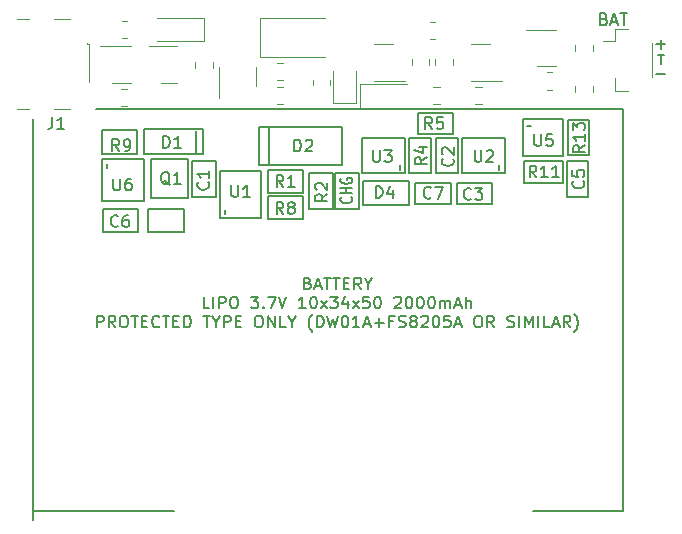
<source format=gbr>
%TF.GenerationSoftware,KiCad,Pcbnew,7.0.10*%
%TF.CreationDate,2024-01-22T13:55:38+11:00*%
%TF.ProjectId,cphp82001-pcb,63706870-3832-4303-9031-2d7063622e6b,3.1*%
%TF.SameCoordinates,Original*%
%TF.FileFunction,Legend,Top*%
%TF.FilePolarity,Positive*%
%FSLAX46Y46*%
G04 Gerber Fmt 4.6, Leading zero omitted, Abs format (unit mm)*
G04 Created by KiCad (PCBNEW 7.0.10) date 2024-01-22 13:55:38*
%MOMM*%
%LPD*%
G01*
G04 APERTURE LIST*
%ADD10C,0.150000*%
%ADD11C,0.120000*%
G04 APERTURE END LIST*
D10*
X49970112Y-1346009D02*
X50112969Y-1393628D01*
X50112969Y-1393628D02*
X50160588Y-1441247D01*
X50160588Y-1441247D02*
X50208207Y-1536485D01*
X50208207Y-1536485D02*
X50208207Y-1679342D01*
X50208207Y-1679342D02*
X50160588Y-1774580D01*
X50160588Y-1774580D02*
X50112969Y-1822200D01*
X50112969Y-1822200D02*
X50017731Y-1869819D01*
X50017731Y-1869819D02*
X49636779Y-1869819D01*
X49636779Y-1869819D02*
X49636779Y-869819D01*
X49636779Y-869819D02*
X49970112Y-869819D01*
X49970112Y-869819D02*
X50065350Y-917438D01*
X50065350Y-917438D02*
X50112969Y-965057D01*
X50112969Y-965057D02*
X50160588Y-1060295D01*
X50160588Y-1060295D02*
X50160588Y-1155533D01*
X50160588Y-1155533D02*
X50112969Y-1250771D01*
X50112969Y-1250771D02*
X50065350Y-1298390D01*
X50065350Y-1298390D02*
X49970112Y-1346009D01*
X49970112Y-1346009D02*
X49636779Y-1346009D01*
X50589160Y-1584104D02*
X51065350Y-1584104D01*
X50493922Y-1869819D02*
X50827255Y-869819D01*
X50827255Y-869819D02*
X51160588Y-1869819D01*
X51351065Y-869819D02*
X51922493Y-869819D01*
X51636779Y-1869819D02*
X51636779Y-869819D01*
X21500000Y-16300000D02*
X24500000Y-16300000D01*
X24500000Y-18300000D01*
X21500000Y-18300000D01*
X21500000Y-16300000D01*
X38000000Y-11400000D02*
X41600000Y-11400000D01*
X41600000Y-14400000D01*
X38000000Y-14400000D01*
X38000000Y-11400000D01*
X41100000Y-13700000D02*
X41100000Y-14100000D01*
X17500000Y-14200000D02*
X20900000Y-14200000D01*
X20900000Y-18200000D01*
X17500000Y-18200000D01*
X17500000Y-14200000D01*
X7475000Y-10750000D02*
X10475000Y-10750000D01*
X10475000Y-12750000D01*
X7475000Y-12750000D01*
X7475000Y-10750000D01*
X33500000Y-11400000D02*
X35300000Y-11400000D01*
X35300000Y-14400000D01*
X33500000Y-14400000D01*
X33500000Y-11400000D01*
X13600000Y-43000000D02*
X4600000Y-43000000D01*
X25000000Y-14400000D02*
X27000000Y-14400000D01*
X27000000Y-17400000D01*
X25000000Y-17400000D01*
X25000000Y-14400000D01*
X11000000Y-10700000D02*
X16000000Y-10700000D01*
X16000000Y-12800000D01*
X11000000Y-12800000D01*
X11000000Y-10700000D01*
X29500000Y-11400000D02*
X33100000Y-11400000D01*
X33100000Y-14400000D01*
X29500000Y-14400000D01*
X29500000Y-11400000D01*
X27200000Y-14400000D02*
X29200000Y-14400000D01*
X29200000Y-17400000D01*
X27200000Y-17400000D01*
X27200000Y-14400000D01*
X34000000Y-15200000D02*
X37000000Y-15200000D01*
X37000000Y-17000000D01*
X34000000Y-17000000D01*
X34000000Y-15200000D01*
X32700000Y-13700000D02*
X32700000Y-14100000D01*
X43200000Y-15200000D02*
X46500000Y-15200000D01*
X46500000Y-13400000D01*
X43200000Y-13400000D01*
X43200000Y-15200000D01*
X11600000Y-13200000D02*
X14800000Y-13200000D01*
X14800000Y-16500000D01*
X11600000Y-16500000D01*
X11600000Y-13200000D01*
X34200000Y-9300000D02*
X37200000Y-9300000D01*
X37200000Y-11100000D01*
X34200000Y-11100000D01*
X34200000Y-9300000D01*
X46900000Y-12900000D02*
X48700000Y-12900000D01*
X48700000Y-9900000D01*
X46900000Y-9900000D01*
X46900000Y-12900000D01*
X1600000Y-9800000D02*
X1600000Y-43800000D01*
X7475000Y-13200000D02*
X11075000Y-13200000D01*
X11075000Y-16800000D01*
X7475000Y-16800000D01*
X7475000Y-13200000D01*
X51600000Y-43000000D02*
X51600000Y-9000000D01*
X17900000Y-17500000D02*
X17900000Y-17900000D01*
X51600000Y-9000000D02*
X7000000Y-9000000D01*
X7900000Y-13600000D02*
X7900000Y-14000000D01*
X51600000Y-43000000D02*
X44000000Y-43000000D01*
X43500000Y-10400000D02*
X43800000Y-10400000D01*
X7525000Y-17400000D02*
X10525000Y-17400000D01*
X10525000Y-19400000D01*
X7525000Y-19400000D01*
X7525000Y-17400000D01*
X37500000Y-15200000D02*
X40500000Y-15200000D01*
X40500000Y-17000000D01*
X37500000Y-17000000D01*
X37500000Y-15200000D01*
X43100000Y-9850000D02*
X46500000Y-9850000D01*
X46500000Y-12950000D01*
X43100000Y-12950000D01*
X43100000Y-9850000D01*
X11400000Y-17400000D02*
X14400000Y-17400000D01*
X14400000Y-19400000D01*
X11400000Y-19400000D01*
X11400000Y-17400000D01*
X21500000Y-14100000D02*
X24500000Y-14100000D01*
X24500000Y-16100000D01*
X21500000Y-16100000D01*
X21500000Y-14100000D01*
X35800000Y-11400000D02*
X37600000Y-11400000D01*
X37600000Y-14400000D01*
X35800000Y-14400000D01*
X35800000Y-11400000D01*
X15100000Y-13400000D02*
X17100000Y-13400000D01*
X17100000Y-16400000D01*
X15100000Y-16400000D01*
X15100000Y-13400000D01*
X15400000Y-10800000D02*
X15400000Y-12800000D01*
X46850000Y-13400000D02*
X48650000Y-13400000D01*
X48650000Y-16400000D01*
X46850000Y-16400000D01*
X46850000Y-13400000D01*
X21600000Y-10500000D02*
X21600000Y-13700000D01*
X29600000Y-15100000D02*
X33500000Y-15100000D01*
X33500000Y-17100000D01*
X29600000Y-17100000D01*
X29600000Y-15100000D01*
X1600000Y-43000000D02*
X13000000Y-43000000D01*
X20800000Y-10500000D02*
X27800000Y-10500000D01*
X27800000Y-13700000D01*
X20800000Y-13700000D01*
X20800000Y-10500000D01*
X54419048Y-5973866D02*
X55180953Y-5973866D01*
X28574580Y-16453696D02*
X28622200Y-16491792D01*
X28622200Y-16491792D02*
X28669819Y-16606077D01*
X28669819Y-16606077D02*
X28669819Y-16682268D01*
X28669819Y-16682268D02*
X28622200Y-16796554D01*
X28622200Y-16796554D02*
X28526961Y-16872744D01*
X28526961Y-16872744D02*
X28431723Y-16910839D01*
X28431723Y-16910839D02*
X28241247Y-16948935D01*
X28241247Y-16948935D02*
X28098390Y-16948935D01*
X28098390Y-16948935D02*
X27907914Y-16910839D01*
X27907914Y-16910839D02*
X27812676Y-16872744D01*
X27812676Y-16872744D02*
X27717438Y-16796554D01*
X27717438Y-16796554D02*
X27669819Y-16682268D01*
X27669819Y-16682268D02*
X27669819Y-16606077D01*
X27669819Y-16606077D02*
X27717438Y-16491792D01*
X27717438Y-16491792D02*
X27765057Y-16453696D01*
X28669819Y-16110839D02*
X27669819Y-16110839D01*
X28146009Y-16110839D02*
X28146009Y-15653696D01*
X28669819Y-15653696D02*
X27669819Y-15653696D01*
X27717438Y-14853697D02*
X27669819Y-14929887D01*
X27669819Y-14929887D02*
X27669819Y-15044173D01*
X27669819Y-15044173D02*
X27717438Y-15158459D01*
X27717438Y-15158459D02*
X27812676Y-15234649D01*
X27812676Y-15234649D02*
X27907914Y-15272744D01*
X27907914Y-15272744D02*
X28098390Y-15310840D01*
X28098390Y-15310840D02*
X28241247Y-15310840D01*
X28241247Y-15310840D02*
X28431723Y-15272744D01*
X28431723Y-15272744D02*
X28526961Y-15234649D01*
X28526961Y-15234649D02*
X28622200Y-15158459D01*
X28622200Y-15158459D02*
X28669819Y-15044173D01*
X28669819Y-15044173D02*
X28669819Y-14967982D01*
X28669819Y-14967982D02*
X28622200Y-14853697D01*
X28622200Y-14853697D02*
X28574580Y-14815601D01*
X28574580Y-14815601D02*
X28241247Y-14815601D01*
X28241247Y-14815601D02*
X28241247Y-14967982D01*
X54419048Y-3473866D02*
X55180953Y-3473866D01*
X54800000Y-3854819D02*
X54800000Y-3092914D01*
X54571428Y-4362295D02*
X55028571Y-4362295D01*
X54799999Y-5162295D02*
X54799999Y-4362295D01*
X24899999Y-23721009D02*
X25042856Y-23768628D01*
X25042856Y-23768628D02*
X25090475Y-23816247D01*
X25090475Y-23816247D02*
X25138094Y-23911485D01*
X25138094Y-23911485D02*
X25138094Y-24054342D01*
X25138094Y-24054342D02*
X25090475Y-24149580D01*
X25090475Y-24149580D02*
X25042856Y-24197200D01*
X25042856Y-24197200D02*
X24947618Y-24244819D01*
X24947618Y-24244819D02*
X24566666Y-24244819D01*
X24566666Y-24244819D02*
X24566666Y-23244819D01*
X24566666Y-23244819D02*
X24899999Y-23244819D01*
X24899999Y-23244819D02*
X24995237Y-23292438D01*
X24995237Y-23292438D02*
X25042856Y-23340057D01*
X25042856Y-23340057D02*
X25090475Y-23435295D01*
X25090475Y-23435295D02*
X25090475Y-23530533D01*
X25090475Y-23530533D02*
X25042856Y-23625771D01*
X25042856Y-23625771D02*
X24995237Y-23673390D01*
X24995237Y-23673390D02*
X24899999Y-23721009D01*
X24899999Y-23721009D02*
X24566666Y-23721009D01*
X25519047Y-23959104D02*
X25995237Y-23959104D01*
X25423809Y-24244819D02*
X25757142Y-23244819D01*
X25757142Y-23244819D02*
X26090475Y-24244819D01*
X26280952Y-23244819D02*
X26852380Y-23244819D01*
X26566666Y-24244819D02*
X26566666Y-23244819D01*
X27042857Y-23244819D02*
X27614285Y-23244819D01*
X27328571Y-24244819D02*
X27328571Y-23244819D01*
X27947619Y-23721009D02*
X28280952Y-23721009D01*
X28423809Y-24244819D02*
X27947619Y-24244819D01*
X27947619Y-24244819D02*
X27947619Y-23244819D01*
X27947619Y-23244819D02*
X28423809Y-23244819D01*
X29423809Y-24244819D02*
X29090476Y-23768628D01*
X28852381Y-24244819D02*
X28852381Y-23244819D01*
X28852381Y-23244819D02*
X29233333Y-23244819D01*
X29233333Y-23244819D02*
X29328571Y-23292438D01*
X29328571Y-23292438D02*
X29376190Y-23340057D01*
X29376190Y-23340057D02*
X29423809Y-23435295D01*
X29423809Y-23435295D02*
X29423809Y-23578152D01*
X29423809Y-23578152D02*
X29376190Y-23673390D01*
X29376190Y-23673390D02*
X29328571Y-23721009D01*
X29328571Y-23721009D02*
X29233333Y-23768628D01*
X29233333Y-23768628D02*
X28852381Y-23768628D01*
X30042857Y-23768628D02*
X30042857Y-24244819D01*
X29709524Y-23244819D02*
X30042857Y-23768628D01*
X30042857Y-23768628D02*
X30376190Y-23244819D01*
X16566666Y-25854819D02*
X16090476Y-25854819D01*
X16090476Y-25854819D02*
X16090476Y-24854819D01*
X16900000Y-25854819D02*
X16900000Y-24854819D01*
X17376190Y-25854819D02*
X17376190Y-24854819D01*
X17376190Y-24854819D02*
X17757142Y-24854819D01*
X17757142Y-24854819D02*
X17852380Y-24902438D01*
X17852380Y-24902438D02*
X17899999Y-24950057D01*
X17899999Y-24950057D02*
X17947618Y-25045295D01*
X17947618Y-25045295D02*
X17947618Y-25188152D01*
X17947618Y-25188152D02*
X17899999Y-25283390D01*
X17899999Y-25283390D02*
X17852380Y-25331009D01*
X17852380Y-25331009D02*
X17757142Y-25378628D01*
X17757142Y-25378628D02*
X17376190Y-25378628D01*
X18566666Y-24854819D02*
X18757142Y-24854819D01*
X18757142Y-24854819D02*
X18852380Y-24902438D01*
X18852380Y-24902438D02*
X18947618Y-24997676D01*
X18947618Y-24997676D02*
X18995237Y-25188152D01*
X18995237Y-25188152D02*
X18995237Y-25521485D01*
X18995237Y-25521485D02*
X18947618Y-25711961D01*
X18947618Y-25711961D02*
X18852380Y-25807200D01*
X18852380Y-25807200D02*
X18757142Y-25854819D01*
X18757142Y-25854819D02*
X18566666Y-25854819D01*
X18566666Y-25854819D02*
X18471428Y-25807200D01*
X18471428Y-25807200D02*
X18376190Y-25711961D01*
X18376190Y-25711961D02*
X18328571Y-25521485D01*
X18328571Y-25521485D02*
X18328571Y-25188152D01*
X18328571Y-25188152D02*
X18376190Y-24997676D01*
X18376190Y-24997676D02*
X18471428Y-24902438D01*
X18471428Y-24902438D02*
X18566666Y-24854819D01*
X20090476Y-24854819D02*
X20709523Y-24854819D01*
X20709523Y-24854819D02*
X20376190Y-25235771D01*
X20376190Y-25235771D02*
X20519047Y-25235771D01*
X20519047Y-25235771D02*
X20614285Y-25283390D01*
X20614285Y-25283390D02*
X20661904Y-25331009D01*
X20661904Y-25331009D02*
X20709523Y-25426247D01*
X20709523Y-25426247D02*
X20709523Y-25664342D01*
X20709523Y-25664342D02*
X20661904Y-25759580D01*
X20661904Y-25759580D02*
X20614285Y-25807200D01*
X20614285Y-25807200D02*
X20519047Y-25854819D01*
X20519047Y-25854819D02*
X20233333Y-25854819D01*
X20233333Y-25854819D02*
X20138095Y-25807200D01*
X20138095Y-25807200D02*
X20090476Y-25759580D01*
X21138095Y-25759580D02*
X21185714Y-25807200D01*
X21185714Y-25807200D02*
X21138095Y-25854819D01*
X21138095Y-25854819D02*
X21090476Y-25807200D01*
X21090476Y-25807200D02*
X21138095Y-25759580D01*
X21138095Y-25759580D02*
X21138095Y-25854819D01*
X21519047Y-24854819D02*
X22185713Y-24854819D01*
X22185713Y-24854819D02*
X21757142Y-25854819D01*
X22423809Y-24854819D02*
X22757142Y-25854819D01*
X22757142Y-25854819D02*
X23090475Y-24854819D01*
X24709523Y-25854819D02*
X24138095Y-25854819D01*
X24423809Y-25854819D02*
X24423809Y-24854819D01*
X24423809Y-24854819D02*
X24328571Y-24997676D01*
X24328571Y-24997676D02*
X24233333Y-25092914D01*
X24233333Y-25092914D02*
X24138095Y-25140533D01*
X25328571Y-24854819D02*
X25423809Y-24854819D01*
X25423809Y-24854819D02*
X25519047Y-24902438D01*
X25519047Y-24902438D02*
X25566666Y-24950057D01*
X25566666Y-24950057D02*
X25614285Y-25045295D01*
X25614285Y-25045295D02*
X25661904Y-25235771D01*
X25661904Y-25235771D02*
X25661904Y-25473866D01*
X25661904Y-25473866D02*
X25614285Y-25664342D01*
X25614285Y-25664342D02*
X25566666Y-25759580D01*
X25566666Y-25759580D02*
X25519047Y-25807200D01*
X25519047Y-25807200D02*
X25423809Y-25854819D01*
X25423809Y-25854819D02*
X25328571Y-25854819D01*
X25328571Y-25854819D02*
X25233333Y-25807200D01*
X25233333Y-25807200D02*
X25185714Y-25759580D01*
X25185714Y-25759580D02*
X25138095Y-25664342D01*
X25138095Y-25664342D02*
X25090476Y-25473866D01*
X25090476Y-25473866D02*
X25090476Y-25235771D01*
X25090476Y-25235771D02*
X25138095Y-25045295D01*
X25138095Y-25045295D02*
X25185714Y-24950057D01*
X25185714Y-24950057D02*
X25233333Y-24902438D01*
X25233333Y-24902438D02*
X25328571Y-24854819D01*
X25995238Y-25854819D02*
X26519047Y-25188152D01*
X25995238Y-25188152D02*
X26519047Y-25854819D01*
X26804762Y-24854819D02*
X27423809Y-24854819D01*
X27423809Y-24854819D02*
X27090476Y-25235771D01*
X27090476Y-25235771D02*
X27233333Y-25235771D01*
X27233333Y-25235771D02*
X27328571Y-25283390D01*
X27328571Y-25283390D02*
X27376190Y-25331009D01*
X27376190Y-25331009D02*
X27423809Y-25426247D01*
X27423809Y-25426247D02*
X27423809Y-25664342D01*
X27423809Y-25664342D02*
X27376190Y-25759580D01*
X27376190Y-25759580D02*
X27328571Y-25807200D01*
X27328571Y-25807200D02*
X27233333Y-25854819D01*
X27233333Y-25854819D02*
X26947619Y-25854819D01*
X26947619Y-25854819D02*
X26852381Y-25807200D01*
X26852381Y-25807200D02*
X26804762Y-25759580D01*
X28280952Y-25188152D02*
X28280952Y-25854819D01*
X28042857Y-24807200D02*
X27804762Y-25521485D01*
X27804762Y-25521485D02*
X28423809Y-25521485D01*
X28709524Y-25854819D02*
X29233333Y-25188152D01*
X28709524Y-25188152D02*
X29233333Y-25854819D01*
X30090476Y-24854819D02*
X29614286Y-24854819D01*
X29614286Y-24854819D02*
X29566667Y-25331009D01*
X29566667Y-25331009D02*
X29614286Y-25283390D01*
X29614286Y-25283390D02*
X29709524Y-25235771D01*
X29709524Y-25235771D02*
X29947619Y-25235771D01*
X29947619Y-25235771D02*
X30042857Y-25283390D01*
X30042857Y-25283390D02*
X30090476Y-25331009D01*
X30090476Y-25331009D02*
X30138095Y-25426247D01*
X30138095Y-25426247D02*
X30138095Y-25664342D01*
X30138095Y-25664342D02*
X30090476Y-25759580D01*
X30090476Y-25759580D02*
X30042857Y-25807200D01*
X30042857Y-25807200D02*
X29947619Y-25854819D01*
X29947619Y-25854819D02*
X29709524Y-25854819D01*
X29709524Y-25854819D02*
X29614286Y-25807200D01*
X29614286Y-25807200D02*
X29566667Y-25759580D01*
X30757143Y-24854819D02*
X30852381Y-24854819D01*
X30852381Y-24854819D02*
X30947619Y-24902438D01*
X30947619Y-24902438D02*
X30995238Y-24950057D01*
X30995238Y-24950057D02*
X31042857Y-25045295D01*
X31042857Y-25045295D02*
X31090476Y-25235771D01*
X31090476Y-25235771D02*
X31090476Y-25473866D01*
X31090476Y-25473866D02*
X31042857Y-25664342D01*
X31042857Y-25664342D02*
X30995238Y-25759580D01*
X30995238Y-25759580D02*
X30947619Y-25807200D01*
X30947619Y-25807200D02*
X30852381Y-25854819D01*
X30852381Y-25854819D02*
X30757143Y-25854819D01*
X30757143Y-25854819D02*
X30661905Y-25807200D01*
X30661905Y-25807200D02*
X30614286Y-25759580D01*
X30614286Y-25759580D02*
X30566667Y-25664342D01*
X30566667Y-25664342D02*
X30519048Y-25473866D01*
X30519048Y-25473866D02*
X30519048Y-25235771D01*
X30519048Y-25235771D02*
X30566667Y-25045295D01*
X30566667Y-25045295D02*
X30614286Y-24950057D01*
X30614286Y-24950057D02*
X30661905Y-24902438D01*
X30661905Y-24902438D02*
X30757143Y-24854819D01*
X32233334Y-24950057D02*
X32280953Y-24902438D01*
X32280953Y-24902438D02*
X32376191Y-24854819D01*
X32376191Y-24854819D02*
X32614286Y-24854819D01*
X32614286Y-24854819D02*
X32709524Y-24902438D01*
X32709524Y-24902438D02*
X32757143Y-24950057D01*
X32757143Y-24950057D02*
X32804762Y-25045295D01*
X32804762Y-25045295D02*
X32804762Y-25140533D01*
X32804762Y-25140533D02*
X32757143Y-25283390D01*
X32757143Y-25283390D02*
X32185715Y-25854819D01*
X32185715Y-25854819D02*
X32804762Y-25854819D01*
X33423810Y-24854819D02*
X33519048Y-24854819D01*
X33519048Y-24854819D02*
X33614286Y-24902438D01*
X33614286Y-24902438D02*
X33661905Y-24950057D01*
X33661905Y-24950057D02*
X33709524Y-25045295D01*
X33709524Y-25045295D02*
X33757143Y-25235771D01*
X33757143Y-25235771D02*
X33757143Y-25473866D01*
X33757143Y-25473866D02*
X33709524Y-25664342D01*
X33709524Y-25664342D02*
X33661905Y-25759580D01*
X33661905Y-25759580D02*
X33614286Y-25807200D01*
X33614286Y-25807200D02*
X33519048Y-25854819D01*
X33519048Y-25854819D02*
X33423810Y-25854819D01*
X33423810Y-25854819D02*
X33328572Y-25807200D01*
X33328572Y-25807200D02*
X33280953Y-25759580D01*
X33280953Y-25759580D02*
X33233334Y-25664342D01*
X33233334Y-25664342D02*
X33185715Y-25473866D01*
X33185715Y-25473866D02*
X33185715Y-25235771D01*
X33185715Y-25235771D02*
X33233334Y-25045295D01*
X33233334Y-25045295D02*
X33280953Y-24950057D01*
X33280953Y-24950057D02*
X33328572Y-24902438D01*
X33328572Y-24902438D02*
X33423810Y-24854819D01*
X34376191Y-24854819D02*
X34471429Y-24854819D01*
X34471429Y-24854819D02*
X34566667Y-24902438D01*
X34566667Y-24902438D02*
X34614286Y-24950057D01*
X34614286Y-24950057D02*
X34661905Y-25045295D01*
X34661905Y-25045295D02*
X34709524Y-25235771D01*
X34709524Y-25235771D02*
X34709524Y-25473866D01*
X34709524Y-25473866D02*
X34661905Y-25664342D01*
X34661905Y-25664342D02*
X34614286Y-25759580D01*
X34614286Y-25759580D02*
X34566667Y-25807200D01*
X34566667Y-25807200D02*
X34471429Y-25854819D01*
X34471429Y-25854819D02*
X34376191Y-25854819D01*
X34376191Y-25854819D02*
X34280953Y-25807200D01*
X34280953Y-25807200D02*
X34233334Y-25759580D01*
X34233334Y-25759580D02*
X34185715Y-25664342D01*
X34185715Y-25664342D02*
X34138096Y-25473866D01*
X34138096Y-25473866D02*
X34138096Y-25235771D01*
X34138096Y-25235771D02*
X34185715Y-25045295D01*
X34185715Y-25045295D02*
X34233334Y-24950057D01*
X34233334Y-24950057D02*
X34280953Y-24902438D01*
X34280953Y-24902438D02*
X34376191Y-24854819D01*
X35328572Y-24854819D02*
X35423810Y-24854819D01*
X35423810Y-24854819D02*
X35519048Y-24902438D01*
X35519048Y-24902438D02*
X35566667Y-24950057D01*
X35566667Y-24950057D02*
X35614286Y-25045295D01*
X35614286Y-25045295D02*
X35661905Y-25235771D01*
X35661905Y-25235771D02*
X35661905Y-25473866D01*
X35661905Y-25473866D02*
X35614286Y-25664342D01*
X35614286Y-25664342D02*
X35566667Y-25759580D01*
X35566667Y-25759580D02*
X35519048Y-25807200D01*
X35519048Y-25807200D02*
X35423810Y-25854819D01*
X35423810Y-25854819D02*
X35328572Y-25854819D01*
X35328572Y-25854819D02*
X35233334Y-25807200D01*
X35233334Y-25807200D02*
X35185715Y-25759580D01*
X35185715Y-25759580D02*
X35138096Y-25664342D01*
X35138096Y-25664342D02*
X35090477Y-25473866D01*
X35090477Y-25473866D02*
X35090477Y-25235771D01*
X35090477Y-25235771D02*
X35138096Y-25045295D01*
X35138096Y-25045295D02*
X35185715Y-24950057D01*
X35185715Y-24950057D02*
X35233334Y-24902438D01*
X35233334Y-24902438D02*
X35328572Y-24854819D01*
X36090477Y-25854819D02*
X36090477Y-25188152D01*
X36090477Y-25283390D02*
X36138096Y-25235771D01*
X36138096Y-25235771D02*
X36233334Y-25188152D01*
X36233334Y-25188152D02*
X36376191Y-25188152D01*
X36376191Y-25188152D02*
X36471429Y-25235771D01*
X36471429Y-25235771D02*
X36519048Y-25331009D01*
X36519048Y-25331009D02*
X36519048Y-25854819D01*
X36519048Y-25331009D02*
X36566667Y-25235771D01*
X36566667Y-25235771D02*
X36661905Y-25188152D01*
X36661905Y-25188152D02*
X36804762Y-25188152D01*
X36804762Y-25188152D02*
X36900001Y-25235771D01*
X36900001Y-25235771D02*
X36947620Y-25331009D01*
X36947620Y-25331009D02*
X36947620Y-25854819D01*
X37376191Y-25569104D02*
X37852381Y-25569104D01*
X37280953Y-25854819D02*
X37614286Y-24854819D01*
X37614286Y-24854819D02*
X37947619Y-25854819D01*
X38280953Y-25854819D02*
X38280953Y-24854819D01*
X38709524Y-25854819D02*
X38709524Y-25331009D01*
X38709524Y-25331009D02*
X38661905Y-25235771D01*
X38661905Y-25235771D02*
X38566667Y-25188152D01*
X38566667Y-25188152D02*
X38423810Y-25188152D01*
X38423810Y-25188152D02*
X38328572Y-25235771D01*
X38328572Y-25235771D02*
X38280953Y-25283390D01*
X7042856Y-27464819D02*
X7042856Y-26464819D01*
X7042856Y-26464819D02*
X7423808Y-26464819D01*
X7423808Y-26464819D02*
X7519046Y-26512438D01*
X7519046Y-26512438D02*
X7566665Y-26560057D01*
X7566665Y-26560057D02*
X7614284Y-26655295D01*
X7614284Y-26655295D02*
X7614284Y-26798152D01*
X7614284Y-26798152D02*
X7566665Y-26893390D01*
X7566665Y-26893390D02*
X7519046Y-26941009D01*
X7519046Y-26941009D02*
X7423808Y-26988628D01*
X7423808Y-26988628D02*
X7042856Y-26988628D01*
X8614284Y-27464819D02*
X8280951Y-26988628D01*
X8042856Y-27464819D02*
X8042856Y-26464819D01*
X8042856Y-26464819D02*
X8423808Y-26464819D01*
X8423808Y-26464819D02*
X8519046Y-26512438D01*
X8519046Y-26512438D02*
X8566665Y-26560057D01*
X8566665Y-26560057D02*
X8614284Y-26655295D01*
X8614284Y-26655295D02*
X8614284Y-26798152D01*
X8614284Y-26798152D02*
X8566665Y-26893390D01*
X8566665Y-26893390D02*
X8519046Y-26941009D01*
X8519046Y-26941009D02*
X8423808Y-26988628D01*
X8423808Y-26988628D02*
X8042856Y-26988628D01*
X9233332Y-26464819D02*
X9423808Y-26464819D01*
X9423808Y-26464819D02*
X9519046Y-26512438D01*
X9519046Y-26512438D02*
X9614284Y-26607676D01*
X9614284Y-26607676D02*
X9661903Y-26798152D01*
X9661903Y-26798152D02*
X9661903Y-27131485D01*
X9661903Y-27131485D02*
X9614284Y-27321961D01*
X9614284Y-27321961D02*
X9519046Y-27417200D01*
X9519046Y-27417200D02*
X9423808Y-27464819D01*
X9423808Y-27464819D02*
X9233332Y-27464819D01*
X9233332Y-27464819D02*
X9138094Y-27417200D01*
X9138094Y-27417200D02*
X9042856Y-27321961D01*
X9042856Y-27321961D02*
X8995237Y-27131485D01*
X8995237Y-27131485D02*
X8995237Y-26798152D01*
X8995237Y-26798152D02*
X9042856Y-26607676D01*
X9042856Y-26607676D02*
X9138094Y-26512438D01*
X9138094Y-26512438D02*
X9233332Y-26464819D01*
X9947618Y-26464819D02*
X10519046Y-26464819D01*
X10233332Y-27464819D02*
X10233332Y-26464819D01*
X10852380Y-26941009D02*
X11185713Y-26941009D01*
X11328570Y-27464819D02*
X10852380Y-27464819D01*
X10852380Y-27464819D02*
X10852380Y-26464819D01*
X10852380Y-26464819D02*
X11328570Y-26464819D01*
X12328570Y-27369580D02*
X12280951Y-27417200D01*
X12280951Y-27417200D02*
X12138094Y-27464819D01*
X12138094Y-27464819D02*
X12042856Y-27464819D01*
X12042856Y-27464819D02*
X11899999Y-27417200D01*
X11899999Y-27417200D02*
X11804761Y-27321961D01*
X11804761Y-27321961D02*
X11757142Y-27226723D01*
X11757142Y-27226723D02*
X11709523Y-27036247D01*
X11709523Y-27036247D02*
X11709523Y-26893390D01*
X11709523Y-26893390D02*
X11757142Y-26702914D01*
X11757142Y-26702914D02*
X11804761Y-26607676D01*
X11804761Y-26607676D02*
X11899999Y-26512438D01*
X11899999Y-26512438D02*
X12042856Y-26464819D01*
X12042856Y-26464819D02*
X12138094Y-26464819D01*
X12138094Y-26464819D02*
X12280951Y-26512438D01*
X12280951Y-26512438D02*
X12328570Y-26560057D01*
X12614285Y-26464819D02*
X13185713Y-26464819D01*
X12899999Y-27464819D02*
X12899999Y-26464819D01*
X13519047Y-26941009D02*
X13852380Y-26941009D01*
X13995237Y-27464819D02*
X13519047Y-27464819D01*
X13519047Y-27464819D02*
X13519047Y-26464819D01*
X13519047Y-26464819D02*
X13995237Y-26464819D01*
X14423809Y-27464819D02*
X14423809Y-26464819D01*
X14423809Y-26464819D02*
X14661904Y-26464819D01*
X14661904Y-26464819D02*
X14804761Y-26512438D01*
X14804761Y-26512438D02*
X14899999Y-26607676D01*
X14899999Y-26607676D02*
X14947618Y-26702914D01*
X14947618Y-26702914D02*
X14995237Y-26893390D01*
X14995237Y-26893390D02*
X14995237Y-27036247D01*
X14995237Y-27036247D02*
X14947618Y-27226723D01*
X14947618Y-27226723D02*
X14899999Y-27321961D01*
X14899999Y-27321961D02*
X14804761Y-27417200D01*
X14804761Y-27417200D02*
X14661904Y-27464819D01*
X14661904Y-27464819D02*
X14423809Y-27464819D01*
X16042857Y-26464819D02*
X16614285Y-26464819D01*
X16328571Y-27464819D02*
X16328571Y-26464819D01*
X17138095Y-26988628D02*
X17138095Y-27464819D01*
X16804762Y-26464819D02*
X17138095Y-26988628D01*
X17138095Y-26988628D02*
X17471428Y-26464819D01*
X17804762Y-27464819D02*
X17804762Y-26464819D01*
X17804762Y-26464819D02*
X18185714Y-26464819D01*
X18185714Y-26464819D02*
X18280952Y-26512438D01*
X18280952Y-26512438D02*
X18328571Y-26560057D01*
X18328571Y-26560057D02*
X18376190Y-26655295D01*
X18376190Y-26655295D02*
X18376190Y-26798152D01*
X18376190Y-26798152D02*
X18328571Y-26893390D01*
X18328571Y-26893390D02*
X18280952Y-26941009D01*
X18280952Y-26941009D02*
X18185714Y-26988628D01*
X18185714Y-26988628D02*
X17804762Y-26988628D01*
X18804762Y-26941009D02*
X19138095Y-26941009D01*
X19280952Y-27464819D02*
X18804762Y-27464819D01*
X18804762Y-27464819D02*
X18804762Y-26464819D01*
X18804762Y-26464819D02*
X19280952Y-26464819D01*
X20661905Y-26464819D02*
X20852381Y-26464819D01*
X20852381Y-26464819D02*
X20947619Y-26512438D01*
X20947619Y-26512438D02*
X21042857Y-26607676D01*
X21042857Y-26607676D02*
X21090476Y-26798152D01*
X21090476Y-26798152D02*
X21090476Y-27131485D01*
X21090476Y-27131485D02*
X21042857Y-27321961D01*
X21042857Y-27321961D02*
X20947619Y-27417200D01*
X20947619Y-27417200D02*
X20852381Y-27464819D01*
X20852381Y-27464819D02*
X20661905Y-27464819D01*
X20661905Y-27464819D02*
X20566667Y-27417200D01*
X20566667Y-27417200D02*
X20471429Y-27321961D01*
X20471429Y-27321961D02*
X20423810Y-27131485D01*
X20423810Y-27131485D02*
X20423810Y-26798152D01*
X20423810Y-26798152D02*
X20471429Y-26607676D01*
X20471429Y-26607676D02*
X20566667Y-26512438D01*
X20566667Y-26512438D02*
X20661905Y-26464819D01*
X21519048Y-27464819D02*
X21519048Y-26464819D01*
X21519048Y-26464819D02*
X22090476Y-27464819D01*
X22090476Y-27464819D02*
X22090476Y-26464819D01*
X23042857Y-27464819D02*
X22566667Y-27464819D01*
X22566667Y-27464819D02*
X22566667Y-26464819D01*
X23566667Y-26988628D02*
X23566667Y-27464819D01*
X23233334Y-26464819D02*
X23566667Y-26988628D01*
X23566667Y-26988628D02*
X23900000Y-26464819D01*
X25280953Y-27845771D02*
X25233334Y-27798152D01*
X25233334Y-27798152D02*
X25138096Y-27655295D01*
X25138096Y-27655295D02*
X25090477Y-27560057D01*
X25090477Y-27560057D02*
X25042858Y-27417200D01*
X25042858Y-27417200D02*
X24995239Y-27179104D01*
X24995239Y-27179104D02*
X24995239Y-26988628D01*
X24995239Y-26988628D02*
X25042858Y-26750533D01*
X25042858Y-26750533D02*
X25090477Y-26607676D01*
X25090477Y-26607676D02*
X25138096Y-26512438D01*
X25138096Y-26512438D02*
X25233334Y-26369580D01*
X25233334Y-26369580D02*
X25280953Y-26321961D01*
X25661906Y-27464819D02*
X25661906Y-26464819D01*
X25661906Y-26464819D02*
X25900001Y-26464819D01*
X25900001Y-26464819D02*
X26042858Y-26512438D01*
X26042858Y-26512438D02*
X26138096Y-26607676D01*
X26138096Y-26607676D02*
X26185715Y-26702914D01*
X26185715Y-26702914D02*
X26233334Y-26893390D01*
X26233334Y-26893390D02*
X26233334Y-27036247D01*
X26233334Y-27036247D02*
X26185715Y-27226723D01*
X26185715Y-27226723D02*
X26138096Y-27321961D01*
X26138096Y-27321961D02*
X26042858Y-27417200D01*
X26042858Y-27417200D02*
X25900001Y-27464819D01*
X25900001Y-27464819D02*
X25661906Y-27464819D01*
X26566668Y-26464819D02*
X26804763Y-27464819D01*
X26804763Y-27464819D02*
X26995239Y-26750533D01*
X26995239Y-26750533D02*
X27185715Y-27464819D01*
X27185715Y-27464819D02*
X27423811Y-26464819D01*
X27995239Y-26464819D02*
X28090477Y-26464819D01*
X28090477Y-26464819D02*
X28185715Y-26512438D01*
X28185715Y-26512438D02*
X28233334Y-26560057D01*
X28233334Y-26560057D02*
X28280953Y-26655295D01*
X28280953Y-26655295D02*
X28328572Y-26845771D01*
X28328572Y-26845771D02*
X28328572Y-27083866D01*
X28328572Y-27083866D02*
X28280953Y-27274342D01*
X28280953Y-27274342D02*
X28233334Y-27369580D01*
X28233334Y-27369580D02*
X28185715Y-27417200D01*
X28185715Y-27417200D02*
X28090477Y-27464819D01*
X28090477Y-27464819D02*
X27995239Y-27464819D01*
X27995239Y-27464819D02*
X27900001Y-27417200D01*
X27900001Y-27417200D02*
X27852382Y-27369580D01*
X27852382Y-27369580D02*
X27804763Y-27274342D01*
X27804763Y-27274342D02*
X27757144Y-27083866D01*
X27757144Y-27083866D02*
X27757144Y-26845771D01*
X27757144Y-26845771D02*
X27804763Y-26655295D01*
X27804763Y-26655295D02*
X27852382Y-26560057D01*
X27852382Y-26560057D02*
X27900001Y-26512438D01*
X27900001Y-26512438D02*
X27995239Y-26464819D01*
X29280953Y-27464819D02*
X28709525Y-27464819D01*
X28995239Y-27464819D02*
X28995239Y-26464819D01*
X28995239Y-26464819D02*
X28900001Y-26607676D01*
X28900001Y-26607676D02*
X28804763Y-26702914D01*
X28804763Y-26702914D02*
X28709525Y-26750533D01*
X29661906Y-27179104D02*
X30138096Y-27179104D01*
X29566668Y-27464819D02*
X29900001Y-26464819D01*
X29900001Y-26464819D02*
X30233334Y-27464819D01*
X30566668Y-27083866D02*
X31328573Y-27083866D01*
X30947620Y-27464819D02*
X30947620Y-26702914D01*
X32138096Y-26941009D02*
X31804763Y-26941009D01*
X31804763Y-27464819D02*
X31804763Y-26464819D01*
X31804763Y-26464819D02*
X32280953Y-26464819D01*
X32614287Y-27417200D02*
X32757144Y-27464819D01*
X32757144Y-27464819D02*
X32995239Y-27464819D01*
X32995239Y-27464819D02*
X33090477Y-27417200D01*
X33090477Y-27417200D02*
X33138096Y-27369580D01*
X33138096Y-27369580D02*
X33185715Y-27274342D01*
X33185715Y-27274342D02*
X33185715Y-27179104D01*
X33185715Y-27179104D02*
X33138096Y-27083866D01*
X33138096Y-27083866D02*
X33090477Y-27036247D01*
X33090477Y-27036247D02*
X32995239Y-26988628D01*
X32995239Y-26988628D02*
X32804763Y-26941009D01*
X32804763Y-26941009D02*
X32709525Y-26893390D01*
X32709525Y-26893390D02*
X32661906Y-26845771D01*
X32661906Y-26845771D02*
X32614287Y-26750533D01*
X32614287Y-26750533D02*
X32614287Y-26655295D01*
X32614287Y-26655295D02*
X32661906Y-26560057D01*
X32661906Y-26560057D02*
X32709525Y-26512438D01*
X32709525Y-26512438D02*
X32804763Y-26464819D01*
X32804763Y-26464819D02*
X33042858Y-26464819D01*
X33042858Y-26464819D02*
X33185715Y-26512438D01*
X33757144Y-26893390D02*
X33661906Y-26845771D01*
X33661906Y-26845771D02*
X33614287Y-26798152D01*
X33614287Y-26798152D02*
X33566668Y-26702914D01*
X33566668Y-26702914D02*
X33566668Y-26655295D01*
X33566668Y-26655295D02*
X33614287Y-26560057D01*
X33614287Y-26560057D02*
X33661906Y-26512438D01*
X33661906Y-26512438D02*
X33757144Y-26464819D01*
X33757144Y-26464819D02*
X33947620Y-26464819D01*
X33947620Y-26464819D02*
X34042858Y-26512438D01*
X34042858Y-26512438D02*
X34090477Y-26560057D01*
X34090477Y-26560057D02*
X34138096Y-26655295D01*
X34138096Y-26655295D02*
X34138096Y-26702914D01*
X34138096Y-26702914D02*
X34090477Y-26798152D01*
X34090477Y-26798152D02*
X34042858Y-26845771D01*
X34042858Y-26845771D02*
X33947620Y-26893390D01*
X33947620Y-26893390D02*
X33757144Y-26893390D01*
X33757144Y-26893390D02*
X33661906Y-26941009D01*
X33661906Y-26941009D02*
X33614287Y-26988628D01*
X33614287Y-26988628D02*
X33566668Y-27083866D01*
X33566668Y-27083866D02*
X33566668Y-27274342D01*
X33566668Y-27274342D02*
X33614287Y-27369580D01*
X33614287Y-27369580D02*
X33661906Y-27417200D01*
X33661906Y-27417200D02*
X33757144Y-27464819D01*
X33757144Y-27464819D02*
X33947620Y-27464819D01*
X33947620Y-27464819D02*
X34042858Y-27417200D01*
X34042858Y-27417200D02*
X34090477Y-27369580D01*
X34090477Y-27369580D02*
X34138096Y-27274342D01*
X34138096Y-27274342D02*
X34138096Y-27083866D01*
X34138096Y-27083866D02*
X34090477Y-26988628D01*
X34090477Y-26988628D02*
X34042858Y-26941009D01*
X34042858Y-26941009D02*
X33947620Y-26893390D01*
X34519049Y-26560057D02*
X34566668Y-26512438D01*
X34566668Y-26512438D02*
X34661906Y-26464819D01*
X34661906Y-26464819D02*
X34900001Y-26464819D01*
X34900001Y-26464819D02*
X34995239Y-26512438D01*
X34995239Y-26512438D02*
X35042858Y-26560057D01*
X35042858Y-26560057D02*
X35090477Y-26655295D01*
X35090477Y-26655295D02*
X35090477Y-26750533D01*
X35090477Y-26750533D02*
X35042858Y-26893390D01*
X35042858Y-26893390D02*
X34471430Y-27464819D01*
X34471430Y-27464819D02*
X35090477Y-27464819D01*
X35709525Y-26464819D02*
X35804763Y-26464819D01*
X35804763Y-26464819D02*
X35900001Y-26512438D01*
X35900001Y-26512438D02*
X35947620Y-26560057D01*
X35947620Y-26560057D02*
X35995239Y-26655295D01*
X35995239Y-26655295D02*
X36042858Y-26845771D01*
X36042858Y-26845771D02*
X36042858Y-27083866D01*
X36042858Y-27083866D02*
X35995239Y-27274342D01*
X35995239Y-27274342D02*
X35947620Y-27369580D01*
X35947620Y-27369580D02*
X35900001Y-27417200D01*
X35900001Y-27417200D02*
X35804763Y-27464819D01*
X35804763Y-27464819D02*
X35709525Y-27464819D01*
X35709525Y-27464819D02*
X35614287Y-27417200D01*
X35614287Y-27417200D02*
X35566668Y-27369580D01*
X35566668Y-27369580D02*
X35519049Y-27274342D01*
X35519049Y-27274342D02*
X35471430Y-27083866D01*
X35471430Y-27083866D02*
X35471430Y-26845771D01*
X35471430Y-26845771D02*
X35519049Y-26655295D01*
X35519049Y-26655295D02*
X35566668Y-26560057D01*
X35566668Y-26560057D02*
X35614287Y-26512438D01*
X35614287Y-26512438D02*
X35709525Y-26464819D01*
X36947620Y-26464819D02*
X36471430Y-26464819D01*
X36471430Y-26464819D02*
X36423811Y-26941009D01*
X36423811Y-26941009D02*
X36471430Y-26893390D01*
X36471430Y-26893390D02*
X36566668Y-26845771D01*
X36566668Y-26845771D02*
X36804763Y-26845771D01*
X36804763Y-26845771D02*
X36900001Y-26893390D01*
X36900001Y-26893390D02*
X36947620Y-26941009D01*
X36947620Y-26941009D02*
X36995239Y-27036247D01*
X36995239Y-27036247D02*
X36995239Y-27274342D01*
X36995239Y-27274342D02*
X36947620Y-27369580D01*
X36947620Y-27369580D02*
X36900001Y-27417200D01*
X36900001Y-27417200D02*
X36804763Y-27464819D01*
X36804763Y-27464819D02*
X36566668Y-27464819D01*
X36566668Y-27464819D02*
X36471430Y-27417200D01*
X36471430Y-27417200D02*
X36423811Y-27369580D01*
X37376192Y-27179104D02*
X37852382Y-27179104D01*
X37280954Y-27464819D02*
X37614287Y-26464819D01*
X37614287Y-26464819D02*
X37947620Y-27464819D01*
X39233335Y-26464819D02*
X39423811Y-26464819D01*
X39423811Y-26464819D02*
X39519049Y-26512438D01*
X39519049Y-26512438D02*
X39614287Y-26607676D01*
X39614287Y-26607676D02*
X39661906Y-26798152D01*
X39661906Y-26798152D02*
X39661906Y-27131485D01*
X39661906Y-27131485D02*
X39614287Y-27321961D01*
X39614287Y-27321961D02*
X39519049Y-27417200D01*
X39519049Y-27417200D02*
X39423811Y-27464819D01*
X39423811Y-27464819D02*
X39233335Y-27464819D01*
X39233335Y-27464819D02*
X39138097Y-27417200D01*
X39138097Y-27417200D02*
X39042859Y-27321961D01*
X39042859Y-27321961D02*
X38995240Y-27131485D01*
X38995240Y-27131485D02*
X38995240Y-26798152D01*
X38995240Y-26798152D02*
X39042859Y-26607676D01*
X39042859Y-26607676D02*
X39138097Y-26512438D01*
X39138097Y-26512438D02*
X39233335Y-26464819D01*
X40661906Y-27464819D02*
X40328573Y-26988628D01*
X40090478Y-27464819D02*
X40090478Y-26464819D01*
X40090478Y-26464819D02*
X40471430Y-26464819D01*
X40471430Y-26464819D02*
X40566668Y-26512438D01*
X40566668Y-26512438D02*
X40614287Y-26560057D01*
X40614287Y-26560057D02*
X40661906Y-26655295D01*
X40661906Y-26655295D02*
X40661906Y-26798152D01*
X40661906Y-26798152D02*
X40614287Y-26893390D01*
X40614287Y-26893390D02*
X40566668Y-26941009D01*
X40566668Y-26941009D02*
X40471430Y-26988628D01*
X40471430Y-26988628D02*
X40090478Y-26988628D01*
X41804764Y-27417200D02*
X41947621Y-27464819D01*
X41947621Y-27464819D02*
X42185716Y-27464819D01*
X42185716Y-27464819D02*
X42280954Y-27417200D01*
X42280954Y-27417200D02*
X42328573Y-27369580D01*
X42328573Y-27369580D02*
X42376192Y-27274342D01*
X42376192Y-27274342D02*
X42376192Y-27179104D01*
X42376192Y-27179104D02*
X42328573Y-27083866D01*
X42328573Y-27083866D02*
X42280954Y-27036247D01*
X42280954Y-27036247D02*
X42185716Y-26988628D01*
X42185716Y-26988628D02*
X41995240Y-26941009D01*
X41995240Y-26941009D02*
X41900002Y-26893390D01*
X41900002Y-26893390D02*
X41852383Y-26845771D01*
X41852383Y-26845771D02*
X41804764Y-26750533D01*
X41804764Y-26750533D02*
X41804764Y-26655295D01*
X41804764Y-26655295D02*
X41852383Y-26560057D01*
X41852383Y-26560057D02*
X41900002Y-26512438D01*
X41900002Y-26512438D02*
X41995240Y-26464819D01*
X41995240Y-26464819D02*
X42233335Y-26464819D01*
X42233335Y-26464819D02*
X42376192Y-26512438D01*
X42804764Y-27464819D02*
X42804764Y-26464819D01*
X43280954Y-27464819D02*
X43280954Y-26464819D01*
X43280954Y-26464819D02*
X43614287Y-27179104D01*
X43614287Y-27179104D02*
X43947620Y-26464819D01*
X43947620Y-26464819D02*
X43947620Y-27464819D01*
X44423811Y-27464819D02*
X44423811Y-26464819D01*
X45376191Y-27464819D02*
X44900001Y-27464819D01*
X44900001Y-27464819D02*
X44900001Y-26464819D01*
X45661906Y-27179104D02*
X46138096Y-27179104D01*
X45566668Y-27464819D02*
X45900001Y-26464819D01*
X45900001Y-26464819D02*
X46233334Y-27464819D01*
X47138096Y-27464819D02*
X46804763Y-26988628D01*
X46566668Y-27464819D02*
X46566668Y-26464819D01*
X46566668Y-26464819D02*
X46947620Y-26464819D01*
X46947620Y-26464819D02*
X47042858Y-26512438D01*
X47042858Y-26512438D02*
X47090477Y-26560057D01*
X47090477Y-26560057D02*
X47138096Y-26655295D01*
X47138096Y-26655295D02*
X47138096Y-26798152D01*
X47138096Y-26798152D02*
X47090477Y-26893390D01*
X47090477Y-26893390D02*
X47042858Y-26941009D01*
X47042858Y-26941009D02*
X46947620Y-26988628D01*
X46947620Y-26988628D02*
X46566668Y-26988628D01*
X47471430Y-27845771D02*
X47519049Y-27798152D01*
X47519049Y-27798152D02*
X47614287Y-27655295D01*
X47614287Y-27655295D02*
X47661906Y-27560057D01*
X47661906Y-27560057D02*
X47709525Y-27417200D01*
X47709525Y-27417200D02*
X47757144Y-27179104D01*
X47757144Y-27179104D02*
X47757144Y-26988628D01*
X47757144Y-26988628D02*
X47709525Y-26750533D01*
X47709525Y-26750533D02*
X47661906Y-26607676D01*
X47661906Y-26607676D02*
X47614287Y-26512438D01*
X47614287Y-26512438D02*
X47519049Y-26369580D01*
X47519049Y-26369580D02*
X47471430Y-26321961D01*
X44088095Y-11104819D02*
X44088095Y-11914342D01*
X44088095Y-11914342D02*
X44135714Y-12009580D01*
X44135714Y-12009580D02*
X44183333Y-12057200D01*
X44183333Y-12057200D02*
X44278571Y-12104819D01*
X44278571Y-12104819D02*
X44469047Y-12104819D01*
X44469047Y-12104819D02*
X44564285Y-12057200D01*
X44564285Y-12057200D02*
X44611904Y-12009580D01*
X44611904Y-12009580D02*
X44659523Y-11914342D01*
X44659523Y-11914342D02*
X44659523Y-11104819D01*
X45611904Y-11104819D02*
X45135714Y-11104819D01*
X45135714Y-11104819D02*
X45088095Y-11581009D01*
X45088095Y-11581009D02*
X45135714Y-11533390D01*
X45135714Y-11533390D02*
X45230952Y-11485771D01*
X45230952Y-11485771D02*
X45469047Y-11485771D01*
X45469047Y-11485771D02*
X45564285Y-11533390D01*
X45564285Y-11533390D02*
X45611904Y-11581009D01*
X45611904Y-11581009D02*
X45659523Y-11676247D01*
X45659523Y-11676247D02*
X45659523Y-11914342D01*
X45659523Y-11914342D02*
X45611904Y-12009580D01*
X45611904Y-12009580D02*
X45564285Y-12057200D01*
X45564285Y-12057200D02*
X45469047Y-12104819D01*
X45469047Y-12104819D02*
X45230952Y-12104819D01*
X45230952Y-12104819D02*
X45135714Y-12057200D01*
X45135714Y-12057200D02*
X45088095Y-12009580D01*
X23761905Y-12554819D02*
X23761905Y-11554819D01*
X23761905Y-11554819D02*
X24000000Y-11554819D01*
X24000000Y-11554819D02*
X24142857Y-11602438D01*
X24142857Y-11602438D02*
X24238095Y-11697676D01*
X24238095Y-11697676D02*
X24285714Y-11792914D01*
X24285714Y-11792914D02*
X24333333Y-11983390D01*
X24333333Y-11983390D02*
X24333333Y-12126247D01*
X24333333Y-12126247D02*
X24285714Y-12316723D01*
X24285714Y-12316723D02*
X24238095Y-12411961D01*
X24238095Y-12411961D02*
X24142857Y-12507200D01*
X24142857Y-12507200D02*
X24000000Y-12554819D01*
X24000000Y-12554819D02*
X23761905Y-12554819D01*
X24714286Y-11650057D02*
X24761905Y-11602438D01*
X24761905Y-11602438D02*
X24857143Y-11554819D01*
X24857143Y-11554819D02*
X25095238Y-11554819D01*
X25095238Y-11554819D02*
X25190476Y-11602438D01*
X25190476Y-11602438D02*
X25238095Y-11650057D01*
X25238095Y-11650057D02*
X25285714Y-11745295D01*
X25285714Y-11745295D02*
X25285714Y-11840533D01*
X25285714Y-11840533D02*
X25238095Y-11983390D01*
X25238095Y-11983390D02*
X24666667Y-12554819D01*
X24666667Y-12554819D02*
X25285714Y-12554819D01*
X30661905Y-16504819D02*
X30661905Y-15504819D01*
X30661905Y-15504819D02*
X30900000Y-15504819D01*
X30900000Y-15504819D02*
X31042857Y-15552438D01*
X31042857Y-15552438D02*
X31138095Y-15647676D01*
X31138095Y-15647676D02*
X31185714Y-15742914D01*
X31185714Y-15742914D02*
X31233333Y-15933390D01*
X31233333Y-15933390D02*
X31233333Y-16076247D01*
X31233333Y-16076247D02*
X31185714Y-16266723D01*
X31185714Y-16266723D02*
X31138095Y-16361961D01*
X31138095Y-16361961D02*
X31042857Y-16457200D01*
X31042857Y-16457200D02*
X30900000Y-16504819D01*
X30900000Y-16504819D02*
X30661905Y-16504819D01*
X32090476Y-15838152D02*
X32090476Y-16504819D01*
X31852381Y-15457200D02*
X31614286Y-16171485D01*
X31614286Y-16171485D02*
X32233333Y-16171485D01*
X48209580Y-15066666D02*
X48257200Y-15114285D01*
X48257200Y-15114285D02*
X48304819Y-15257142D01*
X48304819Y-15257142D02*
X48304819Y-15352380D01*
X48304819Y-15352380D02*
X48257200Y-15495237D01*
X48257200Y-15495237D02*
X48161961Y-15590475D01*
X48161961Y-15590475D02*
X48066723Y-15638094D01*
X48066723Y-15638094D02*
X47876247Y-15685713D01*
X47876247Y-15685713D02*
X47733390Y-15685713D01*
X47733390Y-15685713D02*
X47542914Y-15638094D01*
X47542914Y-15638094D02*
X47447676Y-15590475D01*
X47447676Y-15590475D02*
X47352438Y-15495237D01*
X47352438Y-15495237D02*
X47304819Y-15352380D01*
X47304819Y-15352380D02*
X47304819Y-15257142D01*
X47304819Y-15257142D02*
X47352438Y-15114285D01*
X47352438Y-15114285D02*
X47400057Y-15066666D01*
X47304819Y-14161904D02*
X47304819Y-14638094D01*
X47304819Y-14638094D02*
X47781009Y-14685713D01*
X47781009Y-14685713D02*
X47733390Y-14638094D01*
X47733390Y-14638094D02*
X47685771Y-14542856D01*
X47685771Y-14542856D02*
X47685771Y-14304761D01*
X47685771Y-14304761D02*
X47733390Y-14209523D01*
X47733390Y-14209523D02*
X47781009Y-14161904D01*
X47781009Y-14161904D02*
X47876247Y-14114285D01*
X47876247Y-14114285D02*
X48114342Y-14114285D01*
X48114342Y-14114285D02*
X48209580Y-14161904D01*
X48209580Y-14161904D02*
X48257200Y-14209523D01*
X48257200Y-14209523D02*
X48304819Y-14304761D01*
X48304819Y-14304761D02*
X48304819Y-14542856D01*
X48304819Y-14542856D02*
X48257200Y-14638094D01*
X48257200Y-14638094D02*
X48209580Y-14685713D01*
X8438095Y-14854819D02*
X8438095Y-15664342D01*
X8438095Y-15664342D02*
X8485714Y-15759580D01*
X8485714Y-15759580D02*
X8533333Y-15807200D01*
X8533333Y-15807200D02*
X8628571Y-15854819D01*
X8628571Y-15854819D02*
X8819047Y-15854819D01*
X8819047Y-15854819D02*
X8914285Y-15807200D01*
X8914285Y-15807200D02*
X8961904Y-15759580D01*
X8961904Y-15759580D02*
X9009523Y-15664342D01*
X9009523Y-15664342D02*
X9009523Y-14854819D01*
X9914285Y-14854819D02*
X9723809Y-14854819D01*
X9723809Y-14854819D02*
X9628571Y-14902438D01*
X9628571Y-14902438D02*
X9580952Y-14950057D01*
X9580952Y-14950057D02*
X9485714Y-15092914D01*
X9485714Y-15092914D02*
X9438095Y-15283390D01*
X9438095Y-15283390D02*
X9438095Y-15664342D01*
X9438095Y-15664342D02*
X9485714Y-15759580D01*
X9485714Y-15759580D02*
X9533333Y-15807200D01*
X9533333Y-15807200D02*
X9628571Y-15854819D01*
X9628571Y-15854819D02*
X9819047Y-15854819D01*
X9819047Y-15854819D02*
X9914285Y-15807200D01*
X9914285Y-15807200D02*
X9961904Y-15759580D01*
X9961904Y-15759580D02*
X10009523Y-15664342D01*
X10009523Y-15664342D02*
X10009523Y-15426247D01*
X10009523Y-15426247D02*
X9961904Y-15331009D01*
X9961904Y-15331009D02*
X9914285Y-15283390D01*
X9914285Y-15283390D02*
X9819047Y-15235771D01*
X9819047Y-15235771D02*
X9628571Y-15235771D01*
X9628571Y-15235771D02*
X9533333Y-15283390D01*
X9533333Y-15283390D02*
X9485714Y-15331009D01*
X9485714Y-15331009D02*
X9438095Y-15426247D01*
X35333333Y-16459580D02*
X35285714Y-16507200D01*
X35285714Y-16507200D02*
X35142857Y-16554819D01*
X35142857Y-16554819D02*
X35047619Y-16554819D01*
X35047619Y-16554819D02*
X34904762Y-16507200D01*
X34904762Y-16507200D02*
X34809524Y-16411961D01*
X34809524Y-16411961D02*
X34761905Y-16316723D01*
X34761905Y-16316723D02*
X34714286Y-16126247D01*
X34714286Y-16126247D02*
X34714286Y-15983390D01*
X34714286Y-15983390D02*
X34761905Y-15792914D01*
X34761905Y-15792914D02*
X34809524Y-15697676D01*
X34809524Y-15697676D02*
X34904762Y-15602438D01*
X34904762Y-15602438D02*
X35047619Y-15554819D01*
X35047619Y-15554819D02*
X35142857Y-15554819D01*
X35142857Y-15554819D02*
X35285714Y-15602438D01*
X35285714Y-15602438D02*
X35333333Y-15650057D01*
X35666667Y-15554819D02*
X36333333Y-15554819D01*
X36333333Y-15554819D02*
X35904762Y-16554819D01*
X8833333Y-18859580D02*
X8785714Y-18907200D01*
X8785714Y-18907200D02*
X8642857Y-18954819D01*
X8642857Y-18954819D02*
X8547619Y-18954819D01*
X8547619Y-18954819D02*
X8404762Y-18907200D01*
X8404762Y-18907200D02*
X8309524Y-18811961D01*
X8309524Y-18811961D02*
X8261905Y-18716723D01*
X8261905Y-18716723D02*
X8214286Y-18526247D01*
X8214286Y-18526247D02*
X8214286Y-18383390D01*
X8214286Y-18383390D02*
X8261905Y-18192914D01*
X8261905Y-18192914D02*
X8309524Y-18097676D01*
X8309524Y-18097676D02*
X8404762Y-18002438D01*
X8404762Y-18002438D02*
X8547619Y-17954819D01*
X8547619Y-17954819D02*
X8642857Y-17954819D01*
X8642857Y-17954819D02*
X8785714Y-18002438D01*
X8785714Y-18002438D02*
X8833333Y-18050057D01*
X9690476Y-17954819D02*
X9500000Y-17954819D01*
X9500000Y-17954819D02*
X9404762Y-18002438D01*
X9404762Y-18002438D02*
X9357143Y-18050057D01*
X9357143Y-18050057D02*
X9261905Y-18192914D01*
X9261905Y-18192914D02*
X9214286Y-18383390D01*
X9214286Y-18383390D02*
X9214286Y-18764342D01*
X9214286Y-18764342D02*
X9261905Y-18859580D01*
X9261905Y-18859580D02*
X9309524Y-18907200D01*
X9309524Y-18907200D02*
X9404762Y-18954819D01*
X9404762Y-18954819D02*
X9595238Y-18954819D01*
X9595238Y-18954819D02*
X9690476Y-18907200D01*
X9690476Y-18907200D02*
X9738095Y-18859580D01*
X9738095Y-18859580D02*
X9785714Y-18764342D01*
X9785714Y-18764342D02*
X9785714Y-18526247D01*
X9785714Y-18526247D02*
X9738095Y-18431009D01*
X9738095Y-18431009D02*
X9690476Y-18383390D01*
X9690476Y-18383390D02*
X9595238Y-18335771D01*
X9595238Y-18335771D02*
X9404762Y-18335771D01*
X9404762Y-18335771D02*
X9309524Y-18383390D01*
X9309524Y-18383390D02*
X9261905Y-18431009D01*
X9261905Y-18431009D02*
X9214286Y-18526247D01*
X18438095Y-15417319D02*
X18438095Y-16226842D01*
X18438095Y-16226842D02*
X18485714Y-16322080D01*
X18485714Y-16322080D02*
X18533333Y-16369700D01*
X18533333Y-16369700D02*
X18628571Y-16417319D01*
X18628571Y-16417319D02*
X18819047Y-16417319D01*
X18819047Y-16417319D02*
X18914285Y-16369700D01*
X18914285Y-16369700D02*
X18961904Y-16322080D01*
X18961904Y-16322080D02*
X19009523Y-16226842D01*
X19009523Y-16226842D02*
X19009523Y-15417319D01*
X20009523Y-16417319D02*
X19438095Y-16417319D01*
X19723809Y-16417319D02*
X19723809Y-15417319D01*
X19723809Y-15417319D02*
X19628571Y-15560176D01*
X19628571Y-15560176D02*
X19533333Y-15655414D01*
X19533333Y-15655414D02*
X19438095Y-15703033D01*
X3266666Y-9654819D02*
X3266666Y-10369104D01*
X3266666Y-10369104D02*
X3219047Y-10511961D01*
X3219047Y-10511961D02*
X3123809Y-10607200D01*
X3123809Y-10607200D02*
X2980952Y-10654819D01*
X2980952Y-10654819D02*
X2885714Y-10654819D01*
X4266666Y-10654819D02*
X3695238Y-10654819D01*
X3980952Y-10654819D02*
X3980952Y-9654819D01*
X3980952Y-9654819D02*
X3885714Y-9797676D01*
X3885714Y-9797676D02*
X3790476Y-9892914D01*
X3790476Y-9892914D02*
X3695238Y-9940533D01*
X22833333Y-15554819D02*
X22500000Y-15078628D01*
X22261905Y-15554819D02*
X22261905Y-14554819D01*
X22261905Y-14554819D02*
X22642857Y-14554819D01*
X22642857Y-14554819D02*
X22738095Y-14602438D01*
X22738095Y-14602438D02*
X22785714Y-14650057D01*
X22785714Y-14650057D02*
X22833333Y-14745295D01*
X22833333Y-14745295D02*
X22833333Y-14888152D01*
X22833333Y-14888152D02*
X22785714Y-14983390D01*
X22785714Y-14983390D02*
X22738095Y-15031009D01*
X22738095Y-15031009D02*
X22642857Y-15078628D01*
X22642857Y-15078628D02*
X22261905Y-15078628D01*
X23785714Y-15554819D02*
X23214286Y-15554819D01*
X23500000Y-15554819D02*
X23500000Y-14554819D01*
X23500000Y-14554819D02*
X23404762Y-14697676D01*
X23404762Y-14697676D02*
X23309524Y-14792914D01*
X23309524Y-14792914D02*
X23214286Y-14840533D01*
X22833333Y-17854819D02*
X22500000Y-17378628D01*
X22261905Y-17854819D02*
X22261905Y-16854819D01*
X22261905Y-16854819D02*
X22642857Y-16854819D01*
X22642857Y-16854819D02*
X22738095Y-16902438D01*
X22738095Y-16902438D02*
X22785714Y-16950057D01*
X22785714Y-16950057D02*
X22833333Y-17045295D01*
X22833333Y-17045295D02*
X22833333Y-17188152D01*
X22833333Y-17188152D02*
X22785714Y-17283390D01*
X22785714Y-17283390D02*
X22738095Y-17331009D01*
X22738095Y-17331009D02*
X22642857Y-17378628D01*
X22642857Y-17378628D02*
X22261905Y-17378628D01*
X23404762Y-17283390D02*
X23309524Y-17235771D01*
X23309524Y-17235771D02*
X23261905Y-17188152D01*
X23261905Y-17188152D02*
X23214286Y-17092914D01*
X23214286Y-17092914D02*
X23214286Y-17045295D01*
X23214286Y-17045295D02*
X23261905Y-16950057D01*
X23261905Y-16950057D02*
X23309524Y-16902438D01*
X23309524Y-16902438D02*
X23404762Y-16854819D01*
X23404762Y-16854819D02*
X23595238Y-16854819D01*
X23595238Y-16854819D02*
X23690476Y-16902438D01*
X23690476Y-16902438D02*
X23738095Y-16950057D01*
X23738095Y-16950057D02*
X23785714Y-17045295D01*
X23785714Y-17045295D02*
X23785714Y-17092914D01*
X23785714Y-17092914D02*
X23738095Y-17188152D01*
X23738095Y-17188152D02*
X23690476Y-17235771D01*
X23690476Y-17235771D02*
X23595238Y-17283390D01*
X23595238Y-17283390D02*
X23404762Y-17283390D01*
X23404762Y-17283390D02*
X23309524Y-17331009D01*
X23309524Y-17331009D02*
X23261905Y-17378628D01*
X23261905Y-17378628D02*
X23214286Y-17473866D01*
X23214286Y-17473866D02*
X23214286Y-17664342D01*
X23214286Y-17664342D02*
X23261905Y-17759580D01*
X23261905Y-17759580D02*
X23309524Y-17807200D01*
X23309524Y-17807200D02*
X23404762Y-17854819D01*
X23404762Y-17854819D02*
X23595238Y-17854819D01*
X23595238Y-17854819D02*
X23690476Y-17807200D01*
X23690476Y-17807200D02*
X23738095Y-17759580D01*
X23738095Y-17759580D02*
X23785714Y-17664342D01*
X23785714Y-17664342D02*
X23785714Y-17473866D01*
X23785714Y-17473866D02*
X23738095Y-17378628D01*
X23738095Y-17378628D02*
X23690476Y-17331009D01*
X23690476Y-17331009D02*
X23595238Y-17283390D01*
X48354819Y-12042857D02*
X47878628Y-12376190D01*
X48354819Y-12614285D02*
X47354819Y-12614285D01*
X47354819Y-12614285D02*
X47354819Y-12233333D01*
X47354819Y-12233333D02*
X47402438Y-12138095D01*
X47402438Y-12138095D02*
X47450057Y-12090476D01*
X47450057Y-12090476D02*
X47545295Y-12042857D01*
X47545295Y-12042857D02*
X47688152Y-12042857D01*
X47688152Y-12042857D02*
X47783390Y-12090476D01*
X47783390Y-12090476D02*
X47831009Y-12138095D01*
X47831009Y-12138095D02*
X47878628Y-12233333D01*
X47878628Y-12233333D02*
X47878628Y-12614285D01*
X48354819Y-11090476D02*
X48354819Y-11661904D01*
X48354819Y-11376190D02*
X47354819Y-11376190D01*
X47354819Y-11376190D02*
X47497676Y-11471428D01*
X47497676Y-11471428D02*
X47592914Y-11566666D01*
X47592914Y-11566666D02*
X47640533Y-11661904D01*
X47354819Y-10757142D02*
X47354819Y-10138095D01*
X47354819Y-10138095D02*
X47735771Y-10471428D01*
X47735771Y-10471428D02*
X47735771Y-10328571D01*
X47735771Y-10328571D02*
X47783390Y-10233333D01*
X47783390Y-10233333D02*
X47831009Y-10185714D01*
X47831009Y-10185714D02*
X47926247Y-10138095D01*
X47926247Y-10138095D02*
X48164342Y-10138095D01*
X48164342Y-10138095D02*
X48259580Y-10185714D01*
X48259580Y-10185714D02*
X48307200Y-10233333D01*
X48307200Y-10233333D02*
X48354819Y-10328571D01*
X48354819Y-10328571D02*
X48354819Y-10614285D01*
X48354819Y-10614285D02*
X48307200Y-10709523D01*
X48307200Y-10709523D02*
X48259580Y-10757142D01*
X38733333Y-16559580D02*
X38685714Y-16607200D01*
X38685714Y-16607200D02*
X38542857Y-16654819D01*
X38542857Y-16654819D02*
X38447619Y-16654819D01*
X38447619Y-16654819D02*
X38304762Y-16607200D01*
X38304762Y-16607200D02*
X38209524Y-16511961D01*
X38209524Y-16511961D02*
X38161905Y-16416723D01*
X38161905Y-16416723D02*
X38114286Y-16226247D01*
X38114286Y-16226247D02*
X38114286Y-16083390D01*
X38114286Y-16083390D02*
X38161905Y-15892914D01*
X38161905Y-15892914D02*
X38209524Y-15797676D01*
X38209524Y-15797676D02*
X38304762Y-15702438D01*
X38304762Y-15702438D02*
X38447619Y-15654819D01*
X38447619Y-15654819D02*
X38542857Y-15654819D01*
X38542857Y-15654819D02*
X38685714Y-15702438D01*
X38685714Y-15702438D02*
X38733333Y-15750057D01*
X39066667Y-15654819D02*
X39685714Y-15654819D01*
X39685714Y-15654819D02*
X39352381Y-16035771D01*
X39352381Y-16035771D02*
X39495238Y-16035771D01*
X39495238Y-16035771D02*
X39590476Y-16083390D01*
X39590476Y-16083390D02*
X39638095Y-16131009D01*
X39638095Y-16131009D02*
X39685714Y-16226247D01*
X39685714Y-16226247D02*
X39685714Y-16464342D01*
X39685714Y-16464342D02*
X39638095Y-16559580D01*
X39638095Y-16559580D02*
X39590476Y-16607200D01*
X39590476Y-16607200D02*
X39495238Y-16654819D01*
X39495238Y-16654819D02*
X39209524Y-16654819D01*
X39209524Y-16654819D02*
X39114286Y-16607200D01*
X39114286Y-16607200D02*
X39066667Y-16559580D01*
X13229761Y-15400057D02*
X13134523Y-15352438D01*
X13134523Y-15352438D02*
X13039285Y-15257200D01*
X13039285Y-15257200D02*
X12896428Y-15114342D01*
X12896428Y-15114342D02*
X12801190Y-15066723D01*
X12801190Y-15066723D02*
X12705952Y-15066723D01*
X12753571Y-15304819D02*
X12658333Y-15257200D01*
X12658333Y-15257200D02*
X12563095Y-15161961D01*
X12563095Y-15161961D02*
X12515476Y-14971485D01*
X12515476Y-14971485D02*
X12515476Y-14638152D01*
X12515476Y-14638152D02*
X12563095Y-14447676D01*
X12563095Y-14447676D02*
X12658333Y-14352438D01*
X12658333Y-14352438D02*
X12753571Y-14304819D01*
X12753571Y-14304819D02*
X12944047Y-14304819D01*
X12944047Y-14304819D02*
X13039285Y-14352438D01*
X13039285Y-14352438D02*
X13134523Y-14447676D01*
X13134523Y-14447676D02*
X13182142Y-14638152D01*
X13182142Y-14638152D02*
X13182142Y-14971485D01*
X13182142Y-14971485D02*
X13134523Y-15161961D01*
X13134523Y-15161961D02*
X13039285Y-15257200D01*
X13039285Y-15257200D02*
X12944047Y-15304819D01*
X12944047Y-15304819D02*
X12753571Y-15304819D01*
X14134523Y-15304819D02*
X13563095Y-15304819D01*
X13848809Y-15304819D02*
X13848809Y-14304819D01*
X13848809Y-14304819D02*
X13753571Y-14447676D01*
X13753571Y-14447676D02*
X13658333Y-14542914D01*
X13658333Y-14542914D02*
X13563095Y-14590533D01*
X30438095Y-12454819D02*
X30438095Y-13264342D01*
X30438095Y-13264342D02*
X30485714Y-13359580D01*
X30485714Y-13359580D02*
X30533333Y-13407200D01*
X30533333Y-13407200D02*
X30628571Y-13454819D01*
X30628571Y-13454819D02*
X30819047Y-13454819D01*
X30819047Y-13454819D02*
X30914285Y-13407200D01*
X30914285Y-13407200D02*
X30961904Y-13359580D01*
X30961904Y-13359580D02*
X31009523Y-13264342D01*
X31009523Y-13264342D02*
X31009523Y-12454819D01*
X31390476Y-12454819D02*
X32009523Y-12454819D01*
X32009523Y-12454819D02*
X31676190Y-12835771D01*
X31676190Y-12835771D02*
X31819047Y-12835771D01*
X31819047Y-12835771D02*
X31914285Y-12883390D01*
X31914285Y-12883390D02*
X31961904Y-12931009D01*
X31961904Y-12931009D02*
X32009523Y-13026247D01*
X32009523Y-13026247D02*
X32009523Y-13264342D01*
X32009523Y-13264342D02*
X31961904Y-13359580D01*
X31961904Y-13359580D02*
X31914285Y-13407200D01*
X31914285Y-13407200D02*
X31819047Y-13454819D01*
X31819047Y-13454819D02*
X31533333Y-13454819D01*
X31533333Y-13454819D02*
X31438095Y-13407200D01*
X31438095Y-13407200D02*
X31390476Y-13359580D01*
X26554819Y-16166666D02*
X26078628Y-16499999D01*
X26554819Y-16738094D02*
X25554819Y-16738094D01*
X25554819Y-16738094D02*
X25554819Y-16357142D01*
X25554819Y-16357142D02*
X25602438Y-16261904D01*
X25602438Y-16261904D02*
X25650057Y-16214285D01*
X25650057Y-16214285D02*
X25745295Y-16166666D01*
X25745295Y-16166666D02*
X25888152Y-16166666D01*
X25888152Y-16166666D02*
X25983390Y-16214285D01*
X25983390Y-16214285D02*
X26031009Y-16261904D01*
X26031009Y-16261904D02*
X26078628Y-16357142D01*
X26078628Y-16357142D02*
X26078628Y-16738094D01*
X25650057Y-15785713D02*
X25602438Y-15738094D01*
X25602438Y-15738094D02*
X25554819Y-15642856D01*
X25554819Y-15642856D02*
X25554819Y-15404761D01*
X25554819Y-15404761D02*
X25602438Y-15309523D01*
X25602438Y-15309523D02*
X25650057Y-15261904D01*
X25650057Y-15261904D02*
X25745295Y-15214285D01*
X25745295Y-15214285D02*
X25840533Y-15214285D01*
X25840533Y-15214285D02*
X25983390Y-15261904D01*
X25983390Y-15261904D02*
X26554819Y-15833332D01*
X26554819Y-15833332D02*
X26554819Y-15214285D01*
X35433333Y-10654819D02*
X35100000Y-10178628D01*
X34861905Y-10654819D02*
X34861905Y-9654819D01*
X34861905Y-9654819D02*
X35242857Y-9654819D01*
X35242857Y-9654819D02*
X35338095Y-9702438D01*
X35338095Y-9702438D02*
X35385714Y-9750057D01*
X35385714Y-9750057D02*
X35433333Y-9845295D01*
X35433333Y-9845295D02*
X35433333Y-9988152D01*
X35433333Y-9988152D02*
X35385714Y-10083390D01*
X35385714Y-10083390D02*
X35338095Y-10131009D01*
X35338095Y-10131009D02*
X35242857Y-10178628D01*
X35242857Y-10178628D02*
X34861905Y-10178628D01*
X36338095Y-9654819D02*
X35861905Y-9654819D01*
X35861905Y-9654819D02*
X35814286Y-10131009D01*
X35814286Y-10131009D02*
X35861905Y-10083390D01*
X35861905Y-10083390D02*
X35957143Y-10035771D01*
X35957143Y-10035771D02*
X36195238Y-10035771D01*
X36195238Y-10035771D02*
X36290476Y-10083390D01*
X36290476Y-10083390D02*
X36338095Y-10131009D01*
X36338095Y-10131009D02*
X36385714Y-10226247D01*
X36385714Y-10226247D02*
X36385714Y-10464342D01*
X36385714Y-10464342D02*
X36338095Y-10559580D01*
X36338095Y-10559580D02*
X36290476Y-10607200D01*
X36290476Y-10607200D02*
X36195238Y-10654819D01*
X36195238Y-10654819D02*
X35957143Y-10654819D01*
X35957143Y-10654819D02*
X35861905Y-10607200D01*
X35861905Y-10607200D02*
X35814286Y-10559580D01*
X34954819Y-13066666D02*
X34478628Y-13399999D01*
X34954819Y-13638094D02*
X33954819Y-13638094D01*
X33954819Y-13638094D02*
X33954819Y-13257142D01*
X33954819Y-13257142D02*
X34002438Y-13161904D01*
X34002438Y-13161904D02*
X34050057Y-13114285D01*
X34050057Y-13114285D02*
X34145295Y-13066666D01*
X34145295Y-13066666D02*
X34288152Y-13066666D01*
X34288152Y-13066666D02*
X34383390Y-13114285D01*
X34383390Y-13114285D02*
X34431009Y-13161904D01*
X34431009Y-13161904D02*
X34478628Y-13257142D01*
X34478628Y-13257142D02*
X34478628Y-13638094D01*
X34288152Y-12209523D02*
X34954819Y-12209523D01*
X33907200Y-12447618D02*
X34621485Y-12685713D01*
X34621485Y-12685713D02*
X34621485Y-12066666D01*
X44257142Y-14754819D02*
X43923809Y-14278628D01*
X43685714Y-14754819D02*
X43685714Y-13754819D01*
X43685714Y-13754819D02*
X44066666Y-13754819D01*
X44066666Y-13754819D02*
X44161904Y-13802438D01*
X44161904Y-13802438D02*
X44209523Y-13850057D01*
X44209523Y-13850057D02*
X44257142Y-13945295D01*
X44257142Y-13945295D02*
X44257142Y-14088152D01*
X44257142Y-14088152D02*
X44209523Y-14183390D01*
X44209523Y-14183390D02*
X44161904Y-14231009D01*
X44161904Y-14231009D02*
X44066666Y-14278628D01*
X44066666Y-14278628D02*
X43685714Y-14278628D01*
X45209523Y-14754819D02*
X44638095Y-14754819D01*
X44923809Y-14754819D02*
X44923809Y-13754819D01*
X44923809Y-13754819D02*
X44828571Y-13897676D01*
X44828571Y-13897676D02*
X44733333Y-13992914D01*
X44733333Y-13992914D02*
X44638095Y-14040533D01*
X46161904Y-14754819D02*
X45590476Y-14754819D01*
X45876190Y-14754819D02*
X45876190Y-13754819D01*
X45876190Y-13754819D02*
X45780952Y-13897676D01*
X45780952Y-13897676D02*
X45685714Y-13992914D01*
X45685714Y-13992914D02*
X45590476Y-14040533D01*
X39038095Y-12454819D02*
X39038095Y-13264342D01*
X39038095Y-13264342D02*
X39085714Y-13359580D01*
X39085714Y-13359580D02*
X39133333Y-13407200D01*
X39133333Y-13407200D02*
X39228571Y-13454819D01*
X39228571Y-13454819D02*
X39419047Y-13454819D01*
X39419047Y-13454819D02*
X39514285Y-13407200D01*
X39514285Y-13407200D02*
X39561904Y-13359580D01*
X39561904Y-13359580D02*
X39609523Y-13264342D01*
X39609523Y-13264342D02*
X39609523Y-12454819D01*
X40038095Y-12550057D02*
X40085714Y-12502438D01*
X40085714Y-12502438D02*
X40180952Y-12454819D01*
X40180952Y-12454819D02*
X40419047Y-12454819D01*
X40419047Y-12454819D02*
X40514285Y-12502438D01*
X40514285Y-12502438D02*
X40561904Y-12550057D01*
X40561904Y-12550057D02*
X40609523Y-12645295D01*
X40609523Y-12645295D02*
X40609523Y-12740533D01*
X40609523Y-12740533D02*
X40561904Y-12883390D01*
X40561904Y-12883390D02*
X39990476Y-13454819D01*
X39990476Y-13454819D02*
X40609523Y-13454819D01*
X8933333Y-12529819D02*
X8600000Y-12053628D01*
X8361905Y-12529819D02*
X8361905Y-11529819D01*
X8361905Y-11529819D02*
X8742857Y-11529819D01*
X8742857Y-11529819D02*
X8838095Y-11577438D01*
X8838095Y-11577438D02*
X8885714Y-11625057D01*
X8885714Y-11625057D02*
X8933333Y-11720295D01*
X8933333Y-11720295D02*
X8933333Y-11863152D01*
X8933333Y-11863152D02*
X8885714Y-11958390D01*
X8885714Y-11958390D02*
X8838095Y-12006009D01*
X8838095Y-12006009D02*
X8742857Y-12053628D01*
X8742857Y-12053628D02*
X8361905Y-12053628D01*
X9409524Y-12529819D02*
X9600000Y-12529819D01*
X9600000Y-12529819D02*
X9695238Y-12482200D01*
X9695238Y-12482200D02*
X9742857Y-12434580D01*
X9742857Y-12434580D02*
X9838095Y-12291723D01*
X9838095Y-12291723D02*
X9885714Y-12101247D01*
X9885714Y-12101247D02*
X9885714Y-11720295D01*
X9885714Y-11720295D02*
X9838095Y-11625057D01*
X9838095Y-11625057D02*
X9790476Y-11577438D01*
X9790476Y-11577438D02*
X9695238Y-11529819D01*
X9695238Y-11529819D02*
X9504762Y-11529819D01*
X9504762Y-11529819D02*
X9409524Y-11577438D01*
X9409524Y-11577438D02*
X9361905Y-11625057D01*
X9361905Y-11625057D02*
X9314286Y-11720295D01*
X9314286Y-11720295D02*
X9314286Y-11958390D01*
X9314286Y-11958390D02*
X9361905Y-12053628D01*
X9361905Y-12053628D02*
X9409524Y-12101247D01*
X9409524Y-12101247D02*
X9504762Y-12148866D01*
X9504762Y-12148866D02*
X9695238Y-12148866D01*
X9695238Y-12148866D02*
X9790476Y-12101247D01*
X9790476Y-12101247D02*
X9838095Y-12053628D01*
X9838095Y-12053628D02*
X9885714Y-11958390D01*
X12661905Y-12254819D02*
X12661905Y-11254819D01*
X12661905Y-11254819D02*
X12900000Y-11254819D01*
X12900000Y-11254819D02*
X13042857Y-11302438D01*
X13042857Y-11302438D02*
X13138095Y-11397676D01*
X13138095Y-11397676D02*
X13185714Y-11492914D01*
X13185714Y-11492914D02*
X13233333Y-11683390D01*
X13233333Y-11683390D02*
X13233333Y-11826247D01*
X13233333Y-11826247D02*
X13185714Y-12016723D01*
X13185714Y-12016723D02*
X13138095Y-12111961D01*
X13138095Y-12111961D02*
X13042857Y-12207200D01*
X13042857Y-12207200D02*
X12900000Y-12254819D01*
X12900000Y-12254819D02*
X12661905Y-12254819D01*
X14185714Y-12254819D02*
X13614286Y-12254819D01*
X13900000Y-12254819D02*
X13900000Y-11254819D01*
X13900000Y-11254819D02*
X13804762Y-11397676D01*
X13804762Y-11397676D02*
X13709524Y-11492914D01*
X13709524Y-11492914D02*
X13614286Y-11540533D01*
X16459580Y-15166666D02*
X16507200Y-15214285D01*
X16507200Y-15214285D02*
X16554819Y-15357142D01*
X16554819Y-15357142D02*
X16554819Y-15452380D01*
X16554819Y-15452380D02*
X16507200Y-15595237D01*
X16507200Y-15595237D02*
X16411961Y-15690475D01*
X16411961Y-15690475D02*
X16316723Y-15738094D01*
X16316723Y-15738094D02*
X16126247Y-15785713D01*
X16126247Y-15785713D02*
X15983390Y-15785713D01*
X15983390Y-15785713D02*
X15792914Y-15738094D01*
X15792914Y-15738094D02*
X15697676Y-15690475D01*
X15697676Y-15690475D02*
X15602438Y-15595237D01*
X15602438Y-15595237D02*
X15554819Y-15452380D01*
X15554819Y-15452380D02*
X15554819Y-15357142D01*
X15554819Y-15357142D02*
X15602438Y-15214285D01*
X15602438Y-15214285D02*
X15650057Y-15166666D01*
X16554819Y-14214285D02*
X16554819Y-14785713D01*
X16554819Y-14499999D02*
X15554819Y-14499999D01*
X15554819Y-14499999D02*
X15697676Y-14595237D01*
X15697676Y-14595237D02*
X15792914Y-14690475D01*
X15792914Y-14690475D02*
X15840533Y-14785713D01*
X37159580Y-13166666D02*
X37207200Y-13214285D01*
X37207200Y-13214285D02*
X37254819Y-13357142D01*
X37254819Y-13357142D02*
X37254819Y-13452380D01*
X37254819Y-13452380D02*
X37207200Y-13595237D01*
X37207200Y-13595237D02*
X37111961Y-13690475D01*
X37111961Y-13690475D02*
X37016723Y-13738094D01*
X37016723Y-13738094D02*
X36826247Y-13785713D01*
X36826247Y-13785713D02*
X36683390Y-13785713D01*
X36683390Y-13785713D02*
X36492914Y-13738094D01*
X36492914Y-13738094D02*
X36397676Y-13690475D01*
X36397676Y-13690475D02*
X36302438Y-13595237D01*
X36302438Y-13595237D02*
X36254819Y-13452380D01*
X36254819Y-13452380D02*
X36254819Y-13357142D01*
X36254819Y-13357142D02*
X36302438Y-13214285D01*
X36302438Y-13214285D02*
X36350057Y-13166666D01*
X36350057Y-12785713D02*
X36302438Y-12738094D01*
X36302438Y-12738094D02*
X36254819Y-12642856D01*
X36254819Y-12642856D02*
X36254819Y-12404761D01*
X36254819Y-12404761D02*
X36302438Y-12309523D01*
X36302438Y-12309523D02*
X36350057Y-12261904D01*
X36350057Y-12261904D02*
X36445295Y-12214285D01*
X36445295Y-12214285D02*
X36540533Y-12214285D01*
X36540533Y-12214285D02*
X36683390Y-12261904D01*
X36683390Y-12261904D02*
X37254819Y-12833332D01*
X37254819Y-12833332D02*
X37254819Y-12214285D01*
D11*
%TO.C,U5*%
X45150000Y-5360000D02*
X45950000Y-5360000D01*
X45150000Y-5360000D02*
X44350000Y-5360000D01*
X45150000Y-2240000D02*
X45950000Y-2240000D01*
X45150000Y-2240000D02*
X43350000Y-2240000D01*
%TO.C,D2*%
X20890000Y-1300000D02*
X20890000Y-4600000D01*
X20890000Y-1300000D02*
X26400000Y-1300000D01*
X20890000Y-4600000D02*
X26400000Y-4600000D01*
%TO.C,D4*%
X29290000Y-6850000D02*
X29290000Y-8850000D01*
X29290000Y-6850000D02*
X33300000Y-6850000D01*
X29290000Y-8850000D02*
X33300000Y-8850000D01*
%TO.C,C5*%
X49035000Y-7038748D02*
X49035000Y-7561252D01*
X47565000Y-7038748D02*
X47565000Y-7561252D01*
%TO.C,D3*%
X27040000Y-8422500D02*
X28960000Y-8422500D01*
X28960000Y-8422500D02*
X28960000Y-5737500D01*
X27040000Y-5737500D02*
X27040000Y-8422500D01*
%TO.C,U6*%
X9100000Y-3640000D02*
X7300000Y-3640000D01*
X9100000Y-3640000D02*
X9900000Y-3640000D01*
X9100000Y-6760000D02*
X8300000Y-6760000D01*
X9100000Y-6760000D02*
X9900000Y-6760000D01*
%TO.C,C7*%
X35538748Y-7065000D02*
X36061252Y-7065000D01*
X35538748Y-8535000D02*
X36061252Y-8535000D01*
%TO.C,C6*%
X9088748Y-7265000D02*
X9611252Y-7265000D01*
X9088748Y-8735000D02*
X9611252Y-8735000D01*
%TO.C,U1*%
X17415000Y-6200000D02*
X17415000Y-8000000D01*
X17415000Y-6200000D02*
X17415000Y-5400000D01*
X20535000Y-6200000D02*
X20535000Y-7000000D01*
X20535000Y-6200000D02*
X20535000Y-5400000D01*
%TO.C,J1*%
X4780000Y-1375000D02*
X3380000Y-1375000D01*
X1280000Y-1375000D02*
X280000Y-1375000D01*
X6380000Y-3475000D02*
X6380000Y-6675000D01*
X6180000Y-3475000D02*
X6180000Y-3375000D01*
X6180000Y-3475000D02*
X6380000Y-3475000D01*
X3380000Y-8975000D02*
X4780000Y-8975000D01*
X1280000Y-8975000D02*
X280000Y-8975000D01*
%TO.C,R1*%
X22777064Y-6535000D02*
X22322936Y-6535000D01*
X22777064Y-5065000D02*
X22322936Y-5065000D01*
%TO.C,R8*%
X22310436Y-7065000D02*
X22764564Y-7065000D01*
X22310436Y-8535000D02*
X22764564Y-8535000D01*
%TO.C,R13*%
X49035000Y-3572936D02*
X49035000Y-4027064D01*
X47565000Y-3572936D02*
X47565000Y-4027064D01*
%TO.C,C3*%
X39088748Y-8535000D02*
X39611252Y-8535000D01*
X39088748Y-7065000D02*
X39611252Y-7065000D01*
%TO.C,Q1*%
X13137500Y-3640000D02*
X11462500Y-3640000D01*
X13137500Y-3640000D02*
X13787500Y-3640000D01*
X13137500Y-6760000D02*
X12487500Y-6760000D01*
X13137500Y-6760000D02*
X13787500Y-6760000D01*
%TO.C,U3*%
X31350000Y-6560000D02*
X33150000Y-6560000D01*
X31350000Y-6560000D02*
X30550000Y-6560000D01*
X31350000Y-3440000D02*
X32150000Y-3440000D01*
X31350000Y-3440000D02*
X30550000Y-3440000D01*
%TO.C,R2*%
X25315000Y-6927064D02*
X25315000Y-6472936D01*
X26785000Y-6927064D02*
X26785000Y-6472936D01*
%TO.C,R5*%
X35222936Y-1565000D02*
X35677064Y-1565000D01*
X35222936Y-3035000D02*
X35677064Y-3035000D01*
%TO.C,BT1*%
X52040000Y-2190000D02*
X50890000Y-2190000D01*
X50890000Y-2190000D02*
X50890000Y-3240000D01*
X50890000Y-3240000D02*
X49900000Y-3240000D01*
X54010000Y-3360000D02*
X54010000Y-6240000D01*
X52040000Y-7410000D02*
X50890000Y-7410000D01*
X50890000Y-7410000D02*
X50890000Y-6360000D01*
%TO.C,R4*%
X33715000Y-5227064D02*
X33715000Y-4772936D01*
X35185000Y-5227064D02*
X35185000Y-4772936D01*
%TO.C,R11*%
X45160436Y-5865000D02*
X45614564Y-5865000D01*
X45160436Y-7335000D02*
X45614564Y-7335000D01*
%TO.C,U2*%
X39550000Y-3440000D02*
X38750000Y-3440000D01*
X39550000Y-3440000D02*
X40350000Y-3440000D01*
X39550000Y-6560000D02*
X38750000Y-6560000D01*
X39550000Y-6560000D02*
X41350000Y-6560000D01*
%TO.C,R9*%
X9135436Y-1515000D02*
X9589564Y-1515000D01*
X9135436Y-2985000D02*
X9589564Y-2985000D01*
%TO.C,D1*%
X16110000Y-3250000D02*
X16110000Y-1250000D01*
X16110000Y-3250000D02*
X12100000Y-3250000D01*
X16110000Y-1250000D02*
X12100000Y-1250000D01*
%TO.C,C1*%
X16860000Y-4988748D02*
X16860000Y-5511252D01*
X15390000Y-4988748D02*
X15390000Y-5511252D01*
%TO.C,C2*%
X37185000Y-4738748D02*
X37185000Y-5261252D01*
X35715000Y-4738748D02*
X35715000Y-5261252D01*
%TD*%
M02*

</source>
